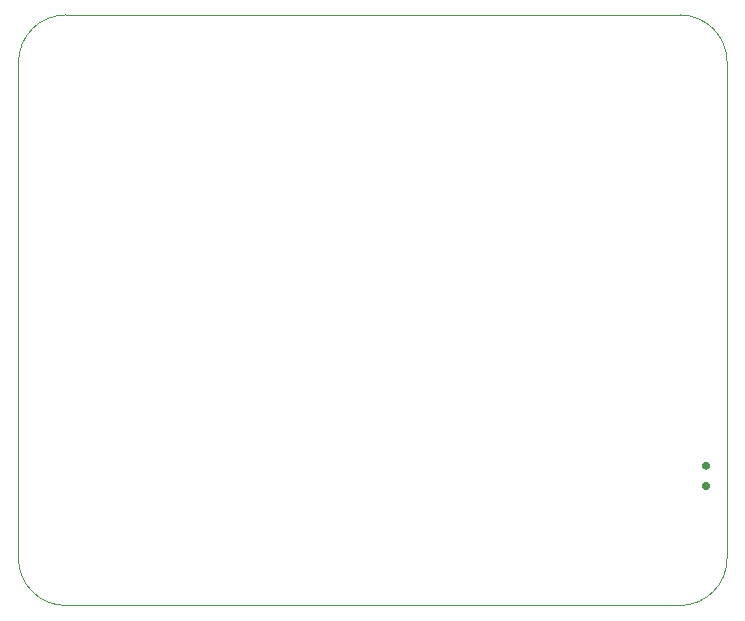
<source format=gbr>
%TF.GenerationSoftware,KiCad,Pcbnew,9.0.3*%
%TF.CreationDate,2025-07-30T10:18:59+02:00*%
%TF.ProjectId,Filament dryer oven control board,46696c61-6d65-46e7-9420-647279657220,1.0*%
%TF.SameCoordinates,Original*%
%TF.FileFunction,Profile,NP*%
%FSLAX46Y46*%
G04 Gerber Fmt 4.6, Leading zero omitted, Abs format (unit mm)*
G04 Created by KiCad (PCBNEW 9.0.3) date 2025-07-30 10:18:59*
%MOMM*%
%LPD*%
G01*
G04 APERTURE LIST*
%TA.AperFunction,Profile*%
%ADD10C,0.120000*%
%TD*%
%TA.AperFunction,Profile*%
%ADD11C,0.000000*%
%TD*%
G04 APERTURE END LIST*
D10*
X160000000Y-96000000D02*
G75*
G02*
X156000000Y-100000000I-4000000J0D01*
G01*
X160000000Y-54000000D02*
X160000000Y-96000000D01*
X104000000Y-100000000D02*
G75*
G02*
X100000000Y-96000000I0J4000000D01*
G01*
X156000000Y-50000000D02*
G75*
G02*
X160000000Y-54000000I0J-4000000D01*
G01*
X100000000Y-96000000D02*
X100000000Y-54000000D01*
X100000000Y-54000000D02*
G75*
G02*
X104000000Y-50000000I4000000J0D01*
G01*
X104000000Y-50000000D02*
X156000000Y-50000000D01*
X156000000Y-100000000D02*
X104000000Y-100000000D01*
D11*
%TA.AperFunction,Profile*%
%TO.C,SW1*%
G36*
X158314656Y-87817130D02*
G01*
X158412225Y-87866844D01*
X158489656Y-87944275D01*
X158539370Y-88041844D01*
X158556500Y-88150000D01*
X158539370Y-88258156D01*
X158489656Y-88355725D01*
X158412225Y-88433156D01*
X158314656Y-88482870D01*
X158206500Y-88500000D01*
X158098344Y-88482870D01*
X158000775Y-88433156D01*
X157923344Y-88355725D01*
X157873630Y-88258156D01*
X157856500Y-88150000D01*
X157873630Y-88041844D01*
X157923344Y-87944275D01*
X158000775Y-87866844D01*
X158098344Y-87817130D01*
X158206500Y-87800000D01*
X158314656Y-87817130D01*
G37*
%TD.AperFunction*%
%TA.AperFunction,Profile*%
G36*
X158314656Y-89517130D02*
G01*
X158412225Y-89566844D01*
X158489656Y-89644275D01*
X158539370Y-89741844D01*
X158556500Y-89850000D01*
X158539370Y-89958156D01*
X158489656Y-90055725D01*
X158412225Y-90133156D01*
X158314656Y-90182870D01*
X158206500Y-90200000D01*
X158098344Y-90182870D01*
X158000775Y-90133156D01*
X157923344Y-90055725D01*
X157873630Y-89958156D01*
X157856500Y-89850000D01*
X157873630Y-89741844D01*
X157923344Y-89644275D01*
X158000775Y-89566844D01*
X158098344Y-89517130D01*
X158206500Y-89500000D01*
X158314656Y-89517130D01*
G37*
%TD.AperFunction*%
%TD*%
M02*

</source>
